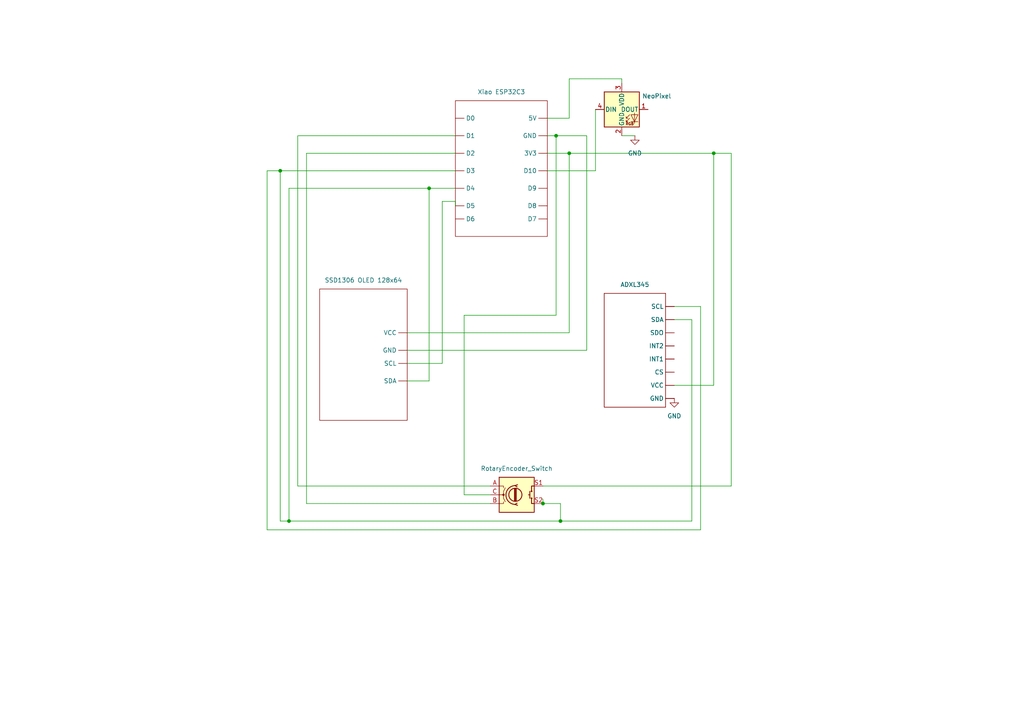
<source format=kicad_sch>
(kicad_sch (version 20250114) (generator "eeschema") (generator_version "9.0")
  (paper "A4")
  (title_block (date "2025-12-01") (rev "v1.0"))
  (lib_symbols
    (symbol "Device:RotaryEncoder_Switch" (pin_names (offset 0.254) (hide yes))
      (property "Reference" "SW" (at 0 6.604 0))
      (property "Value" "RotaryEncoder_Switch" (at 0 -6.604 0))
      (symbol "RotaryEncoder_Switch_0_1"
        (rectangle (start -5.08 5.08) (end 5.08 -5.08) (stroke (width 0.254)) (fill (type background)))
        (polyline (pts (xy -5.08 2.54) (xy -3.81 2.54) (xy -3.81 2.032)))
        (polyline (pts (xy -5.08 0) (xy -3.81 0) (xy -3.81 -1.016) (xy -3.302 -2.032)))
        (polyline (pts (xy -5.08 -2.54) (xy -3.81 -2.54) (xy -3.81 -2.032)))
        (polyline (pts (xy -4.318 0) (xy -3.81 0) (xy -3.81 1.016) (xy -3.302 2.032)))
        (circle (center -3.81 0) (radius 0.254) (fill (type outline)))
        (polyline (pts (xy -0.635 -1.778) (xy -0.635 1.778)) (stroke (width 0.254)))
        (circle (center -0.381 0) (radius 1.905) (stroke (width 0.254)))
        (polyline (pts (xy -0.381 -1.778) (xy -0.381 1.778)) (stroke (width 0.254)))
        (arc (start -0.381 -2.794) (mid -3.0988 -0.0635) (end -0.381 2.667) (stroke (width 0.254)))
        (polyline (pts (xy -0.127 1.778) (xy -0.127 -1.778)) (stroke (width 0.254)))
        (polyline (pts (xy 0.254 2.921) (xy -0.508 2.667) (xy 0.127 2.286)) (stroke (width 0.254)))
        (polyline (pts (xy 0.254 -3.048) (xy -0.508 -2.794) (xy 0.127 -2.413)) (stroke (width 0.254)))
        (polyline (pts (xy 3.81 1.016) (xy 3.81 -1.016)) (stroke (width 0.254)))
        (polyline (pts (xy 3.81 0) (xy 3.429 0)) (stroke (width 0.254)))
        (circle (center 4.318 1.016) (radius 0.127) (stroke (width 0.254)))
        (circle (center 4.318 -1.016) (radius 0.127) (stroke (width 0.254)))
        (polyline (pts (xy 5.08 2.54) (xy 4.318 2.54) (xy 4.318 1.016)) (stroke (width 0.254)))
        (polyline (pts (xy 5.08 -2.54) (xy 4.318 -2.54) (xy 4.318 -1.016)) (stroke (width 0.254)))
      )
      (symbol "RotaryEncoder_Switch_1_1"
        (pin passive line (at -7.62 2.54 0) (length 2.54) (name "A") (number "A"))
        (pin passive line (at -7.62 0 0) (length 2.54) (name "C") (number "C"))
        (pin passive line (at -7.62 -2.54 0) (length 2.54) (name "B") (number "B"))
        (pin passive line (at 7.62 2.54 180) (length 2.54) (name "S1") (number "S1"))
        (pin passive line (at 7.62 -2.54 180) (length 2.54) (name "S2") (number "S2"))
      )
    )
    (symbol "Display_Graphic:SSD1306-OLED"
      (symbol "SSD1306-OLED_0_1"
        (rectangle (start -15.24 20.32) (end 10.16 -17.78))
      )
      (symbol "SSD1306-OLED_1_1"
        (pin power_in line (at 10.16 7.62 180) (length 2.54) (name "VCC") (number ""))
        (pin power_in line (at 10.16 2.54 180) (length 2.54) (name "GND") (number ""))
        (pin bidirectional line (at 10.16 -1.27 180) (length 2.54) (name "SCL") (number ""))
        (pin bidirectional line (at 10.16 -6.35 180) (length 2.54) (name "SDA") (number ""))
      )
    )
    (symbol "LED:NeoPixel_THT" (pin_names (offset 0.254))
      (property "Reference" "D" (at 5.08 5.715 0))
      (property "Value" "NeoPixel_THT" (at 1.27 -5.715 0))
      (symbol "NeoPixel_THT_0_0"
        (text "RGB" (at 2.286 -4.191 0) (effects (font (size 0.762 0.762))))
      )
      (symbol "NeoPixel_THT_0_1"
        (polyline (pts (xy 1.27 -2.54) (xy 1.778 -2.54)))
        (polyline (pts (xy 1.27 -3.556) (xy 1.778 -3.556)))
        (polyline (pts (xy 2.286 -1.524) (xy 1.27 -2.54) (xy 1.27 -2.032)))
        (polyline (pts (xy 2.286 -2.54) (xy 1.27 -3.556) (xy 1.27 -3.048)))
        (polyline (pts (xy 3.683 -1.016) (xy 3.683 -3.556) (xy 3.683 -4.064)))
        (polyline (pts (xy 4.699 -1.524) (xy 2.667 -1.524) (xy 3.683 -3.556) (xy 4.699 -1.524)))
        (polyline (pts (xy 4.699 -3.556) (xy 2.667 -3.556)))
        (rectangle (start 5.08 5.08) (end -5.08 -5.08) (stroke (width 0.254)) (fill (type background)))
      )
      (symbol "NeoPixel_THT_1_1"
        (pin input line (at -7.62 0 0) (length 2.54) (name "DIN") (number "4"))
        (pin power_in line (at 0 7.62 270) (length 2.54) (name "VDD") (number "3"))
        (pin power_in line (at 0 -7.62 90) (length 2.54) (name "GND") (number "2"))
        (pin output line (at 7.62 0 180) (length 2.54) (name "DOUT") (number "1"))
      )
    )
    (symbol "RF_Module:ESP32-C3-UW"
      (symbol "ESP32-C3-UW_0_1"
        (rectangle (start -21.59 12.7) (end 5.08 -26.67))
      )
      (symbol "ESP32-C3-UW_1_1"
        (pin output line (at -21.59 7.62 0) (length 2.54) (name "D0") (number ""))
        (pin input line (at -21.59 2.54 0) (length 2.54) (name "D1") (number ""))
        (pin bidirectional line (at -21.59 -2.54 0) (length 2.54) (name "D2") (number ""))
        (pin bidirectional line (at -21.59 -7.62 0) (length 2.54) (name "D3") (number ""))
        (pin output line (at -21.59 -12.7 0) (length 2.54) (name "D4") (number ""))
        (pin input line (at -21.59 -17.78 0) (length 2.54) (name "D5") (number ""))
        (pin input line (at -21.59 -21.59 0) (length 2.54) (name "D6") (number ""))
        (pin power_in line (at 5.08 7.62 180) (length 2.54) (name "5V") (number ""))
        (pin power_in line (at 5.08 2.54 180) (length 2.54) (name "GND") (number ""))
        (pin power_out line (at 5.08 -2.54 180) (length 2.54) (name "3V3") (number ""))
        (pin passive line (at 5.08 -7.62 180) (length 2.54) (name "D10") (number ""))
        (pin passive line (at 5.08 -12.7 180) (length 2.54) (name "D9") (number ""))
        (pin output line (at 5.08 -17.78 180) (length 2.54) (name "D8") (number ""))
        (pin input line (at 5.08 -21.59 180) (length 2.54) (name "D7") (number ""))
      )
    )
    (symbol "Sensor_Motion:ADXL345"
      (symbol "ADXL345_0_1"
        (rectangle (start -11.4554 15.24) (end -11.43 -17.78))
        (rectangle (start -11.43 15.2527) (end 6.35 15.2273))
        (rectangle (start -11.43 -17.7673) (end 6.35 -17.7927))
        (rectangle (start 6.3373 15.24) (end 6.3627 -17.78))
      )
      (symbol "ADXL345_1_1"
        (pin bidirectional line (at 8.89 11.43 180) (length 2.54) (name "SCL") (number ""))
        (pin bidirectional line (at 8.89 7.62 180) (length 2.54) (name "SDA") (number ""))
        (pin output line (at 8.89 3.81 180) (length 2.54) (name "SDO") (number ""))
        (pin output line (at 8.89 0 180) (length 2.54) (name "INT2") (number ""))
        (pin output line (at 8.89 -3.81 180) (length 2.54) (name "INT1") (number ""))
        (pin input line (at 8.89 -7.62 180) (length 2.54) (name "CS") (number ""))
        (pin power_in line (at 8.89 -11.43 180) (length 2.54) (name "VCC") (number ""))
        (pin power_in line (at 8.89 -15.24 180) (length 2.54) (name "GND") (number ""))
      )
    )
    (symbol "power:GND" (power) (pin_numbers (hide yes)) (pin_names (offset 0) (hide yes))
      (property "Value" "GND" (at 0 -3.81 0))
      (symbol "GND_0_1"
        (polyline (pts (xy 0 0) (xy 0 -1.27) (xy 1.27 -1.27) (xy 0 -2.54) (xy -1.27 -1.27) (xy 0 -1.27)))
      )
      (symbol "GND_1_1"
        (pin power_in line (at 0 0 270) (length 0) (name "~") (number "1"))
      )
    )
  )
  (junction (at 161.29 39.37))
  (junction (at 165.1 44.45))
  (junction (at 124.46 54.61))
  (junction (at 83.82 151.13))
  (junction (at 162.56 151.13))
  (junction (at 157.48 146.05))
  (junction (at 81.28 49.53))
  (junction (at 207.01 44.45))
  (wire (pts (xy 203.2 88.9) (xy 203.2 153.67)))
  (wire (pts (xy 161.29 91.44) (xy 161.29 39.37)))
  (wire (pts (xy 203.2 153.67) (xy 77.47 153.67)))
  (wire (pts (xy 81.28 49.53) (xy 132.08 49.53)))
  (wire (pts (xy 88.9 44.45) (xy 132.08 44.45)))
  (wire (pts (xy 77.47 153.67) (xy 77.47 49.53)))
  (wire (pts (xy 124.46 110.49) (xy 124.46 54.61)))
  (wire (pts (xy 161.29 39.37) (xy 158.75 39.37)))
  (wire (pts (xy 134.62 143.51) (xy 134.62 91.44)))
  (wire (pts (xy 207.01 111.76) (xy 207.01 44.45)))
  (wire (pts (xy 195.58 92.71) (xy 200.66 92.71)))
  (wire (pts (xy 162.56 151.13) (xy 200.66 151.13)))
  (wire (pts (xy 157.48 144.78) (xy 157.48 146.05)))
  (wire (pts (xy 165.1 44.45) (xy 207.01 44.45)))
  (wire (pts (xy 118.11 101.6) (xy 170.18 101.6)))
  (wire (pts (xy 118.11 105.41) (xy 128.27 105.41)))
  (wire (pts (xy 88.9 146.05) (xy 88.9 44.45)))
  (wire (pts (xy 195.58 111.76) (xy 207.01 111.76)))
  (wire (pts (xy 83.82 54.61) (xy 124.46 54.61)))
  (wire (pts (xy 81.28 151.13) (xy 83.82 151.13)))
  (wire (pts (xy 83.82 151.13) (xy 83.82 54.61)))
  (wire (pts (xy 172.72 31.75) (xy 172.72 49.53)))
  (wire (pts (xy 170.18 39.37) (xy 161.29 39.37)))
  (wire (pts (xy 158.75 44.45) (xy 165.1 44.45)))
  (wire (pts (xy 195.58 88.9) (xy 203.2 88.9)))
  (wire (pts (xy 81.28 151.13) (xy 81.28 49.53)))
  (wire (pts (xy 124.46 54.61) (xy 132.08 54.61)))
  (wire (pts (xy 142.24 143.51) (xy 134.62 143.51)))
  (wire (pts (xy 118.11 110.49) (xy 124.46 110.49)))
  (wire (pts (xy 132.08 58.42) (xy 132.08 59.69)))
  (wire (pts (xy 134.62 91.44) (xy 161.29 91.44)))
  (wire (pts (xy 142.24 146.05) (xy 88.9 146.05)))
  (wire (pts (xy 180.34 22.86) (xy 165.1 22.86)))
  (wire (pts (xy 200.66 92.71) (xy 200.66 151.13)))
  (wire (pts (xy 77.47 49.53) (xy 81.28 49.53)))
  (wire (pts (xy 86.36 140.97) (xy 86.36 39.37)))
  (wire (pts (xy 165.1 34.29) (xy 158.75 34.29)))
  (wire (pts (xy 157.48 140.97) (xy 212.09 140.97)))
  (wire (pts (xy 212.09 140.97) (xy 212.09 44.45)))
  (wire (pts (xy 118.11 96.52) (xy 165.1 96.52)))
  (wire (pts (xy 83.82 151.13) (xy 162.56 151.13)))
  (wire (pts (xy 128.27 105.41) (xy 128.27 58.42)))
  (wire (pts (xy 142.24 140.97) (xy 86.36 140.97)))
  (wire (pts (xy 162.56 146.05) (xy 162.56 151.13)))
  (wire (pts (xy 180.34 39.37) (xy 184.15 39.37)))
  (wire (pts (xy 128.27 58.42) (xy 132.08 58.42)))
  (wire (pts (xy 207.01 44.45) (xy 212.09 44.45)))
  (wire (pts (xy 162.56 146.05) (xy 157.48 146.05)))
  (wire (pts (xy 86.36 39.37) (xy 132.08 39.37)))
  (wire (pts (xy 165.1 22.86) (xy 165.1 34.29)))
  (wire (pts (xy 158.75 49.53) (xy 172.72 49.53)))
  (wire (pts (xy 165.1 96.52) (xy 165.1 44.45)))
  (wire (pts (xy 170.18 101.6) (xy 170.18 39.37)))
  (wire (pts (xy 180.34 22.86) (xy 180.34 24.13)))
  (symbol (lib_id "power:GND") (at 195.58 115.57 0) (unit 1)
    (property "Reference" "#PWR01" (effects (hide yes)))
    (property "Value" "GND" (at 195.58 120.65 0))
    (property "Description" "Power symbol creates a global label with name \"GND\" , ground" (effects (hide yes)))
  )
  (symbol (lib_id "Device:RotaryEncoder_Switch") (at 149.86 143.51 0) (unit 1)
    (property "Reference" "SW1" (effects (hide yes)))
    (property "Value" "RotaryEncoder_Switch" (at 149.86 135.89 0))
    (property "Description" "Rotary encoder, dual channel, incremental quadrate outputs, with switch" (effects (hide yes)))
  )
  (symbol (lib_id "Sensor_Motion:ADXL345") (at 186.69 100.33 0) (unit 1)
    (property "Reference" "U2" (effects (hide yes)))
    (property "Value" "ADXL345" (at 184.1436 82.55 0))
  )
  (symbol (lib_id "RF_Module:ESP32-C3-UW") (at 153.67 41.91 0) (unit 1)
    (property "Reference" "U1" (effects (hide yes)))
    (property "Value" "Xiao ESP32C3" (at 145.415 26.67 0))
  )
  (symbol (lib_id "Display_Graphic:SSD1306-OLED") (at 107.95 104.14 0) (unit 1)
    (property "Reference" "." (effects (hide yes)))
    (property "Value" "SSD1306 OLED 128x64" (at 105.41 81.28 0))
  )
  (symbol (lib_id "LED:NeoPixel_THT") (at 180.34 31.75 0) (unit 1)
    (property "Reference" "D1" (effects (hide yes)))
    (property "Value" "NeoPixel" (at 190.5 27.8698 0))
    (property "Datasheet" "https://www.adafruit.com/product/1938" (effects (hide yes)))
    (property "Description" "RGB LED with integrated controller, 5mm/8mm LED package" (effects (hide yes)))
  )
  (symbol (lib_id "power:GND") (at 184.15 39.37 0) (unit 1)
    (property "Reference" "#PWR02" (effects (hide yes)))
    (property "Value" "GND" (at 184.15 44.45 0))
    (property "Description" "Power symbol creates a global label with name \"GND\" , ground" (effects (hide yes)))
  )
)
</source>
